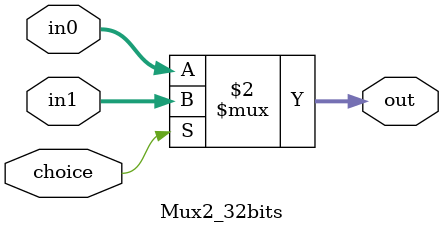
<source format=v>
`timescale 1ns / 1ps


module Mux2_32bits(
    input choice,
    input [31:0] in0,
    input [31:0] in1,
    output [31:0] out
    );
    
    assign out = (choice==0) ? in0 : in1;
    
endmodule

</source>
